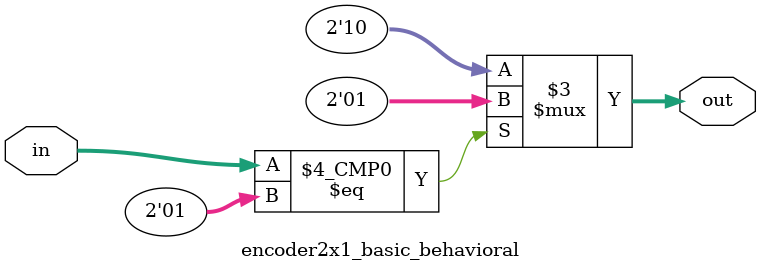
<source format=v>
module encoder2x1_basic_behavioral(input [1:0] in, output reg [1:0] out);

    always @* begin
        case(in)
            2'b01: out = 2'b01;
            default: out = 2'b10;
        endcase
    end

endmodule

</source>
